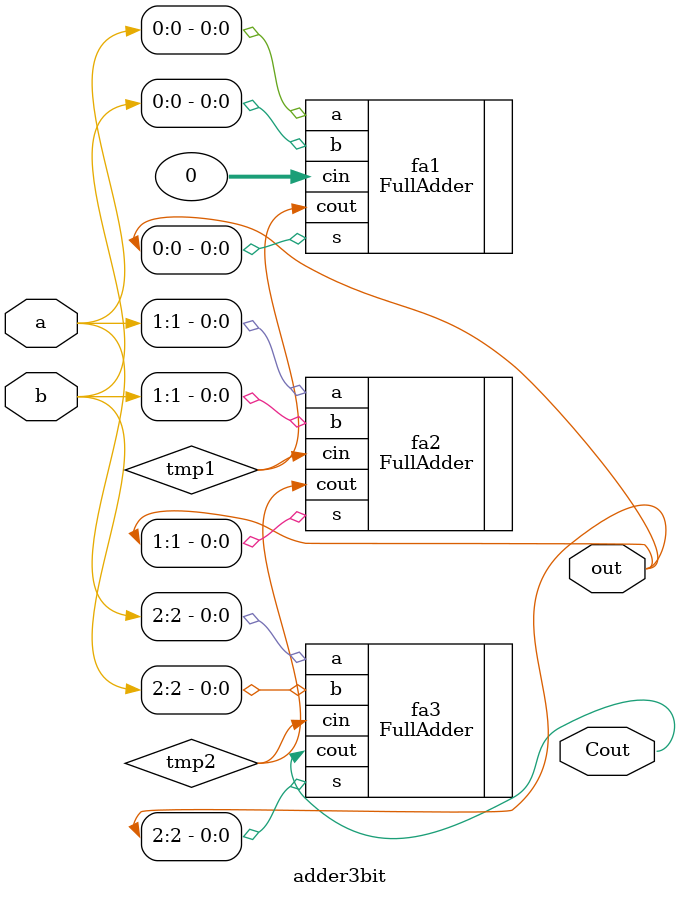
<source format=v>
`timescale 1ns / 1ps


module adder3bit(
    input           [2:0]         a,
    input           [2:0]         b,
    output          [2:0]         out,
    output                        Cout
);

// Write your code here
wire tmp1;
FullAdder fa1(
    .a(a[0]),
    .b(b[0]),
    .cin(0),
    .s(out[0]),
    .cout(tmp1)
);

FullAdder fa2(
    .a(a[1]),
    .b(b[1]),
    .cin(tmp1),
    .s(out[1]),
    .cout(tmp2)
);

FullAdder fa3(
    .a(a[2]),
    .b(b[2]),
    .cin(tmp2),
    .s(out[2]),
    .cout(Cout)
);
// End of your code
endmodule
</source>
